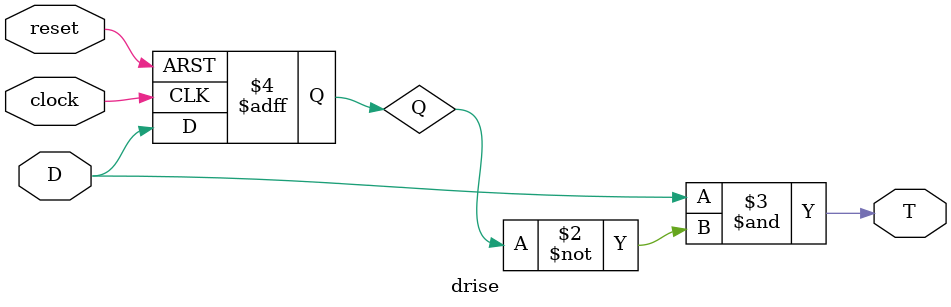
<source format=v>
module drise (clock, reset, D, T);
input clock, reset, D;
output T;
reg Q;

always @ (posedge clock or posedge reset) begin
  if (reset) begin
    Q <= 1;
  end else begin
    Q <= D;
  end
end

assign T = (D & ~Q);

endmodule // drise

</source>
